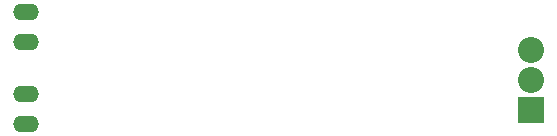
<source format=gbs>
G04*
G04 #@! TF.GenerationSoftware,Altium Limited,Altium Designer,20.1.7 (139)*
G04*
G04 Layer_Color=16711935*
%FSLAX44Y44*%
%MOMM*%
G71*
G04*
G04 #@! TF.SameCoordinates,662E4E51-3FC6-4070-AA2F-EFADEBEA197F*
G04*
G04*
G04 #@! TF.FilePolarity,Negative*
G04*
G01*
G75*
%ADD22O,2.2032X1.4032*%
%ADD23C,2.2032*%
%ADD24R,2.2032X2.2032*%
D22*
X37500Y117700D02*
D03*
Y92300D02*
D03*
X37500Y47700D02*
D03*
Y22300D02*
D03*
D23*
X465000Y85400D02*
D03*
Y60000D02*
D03*
D24*
Y34600D02*
D03*
M02*

</source>
